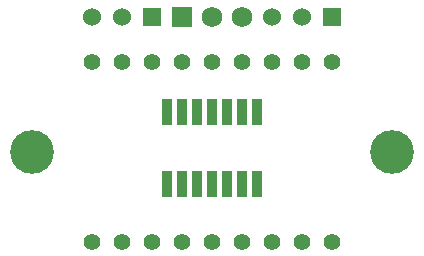
<source format=gts>
G75*
G70*
%OFA0B0*%
%FSLAX24Y24*%
%IPPOS*%
%LPD*%
%AMOC8*
5,1,8,0,0,1.08239X$1,22.5*
%
%ADD10C,0.1458*%
%ADD11C,0.0600*%
%ADD12R,0.0600X0.0600*%
%ADD13R,0.0340X0.0880*%
%ADD14R,0.0680X0.0680*%
%ADD15C,0.0680*%
%ADD16C,0.0555*%
D10*
X001850Y004100D03*
X013850Y004100D03*
D11*
X010850Y008600D03*
X009850Y008600D03*
X004850Y008600D03*
X003850Y008600D03*
D12*
X005850Y008600D03*
X011850Y008600D03*
D13*
X009350Y005435D03*
X008850Y005435D03*
X008350Y005435D03*
X007850Y005435D03*
X007350Y005435D03*
X006850Y005435D03*
X006350Y005435D03*
X006350Y003015D03*
X006850Y003015D03*
X007350Y003015D03*
X007850Y003015D03*
X008350Y003015D03*
X008850Y003015D03*
X009350Y003015D03*
D14*
X006850Y008600D03*
D15*
X007850Y008600D03*
X008850Y008600D03*
D16*
X003850Y001100D03*
X004850Y001100D03*
X005850Y001100D03*
X006850Y001100D03*
X007850Y001100D03*
X008850Y001100D03*
X009850Y001100D03*
X010850Y001100D03*
X011850Y001100D03*
X011850Y007100D03*
X010850Y007100D03*
X009850Y007100D03*
X008850Y007100D03*
X007850Y007100D03*
X006850Y007100D03*
X005850Y007100D03*
X004850Y007100D03*
X003850Y007100D03*
M02*

</source>
